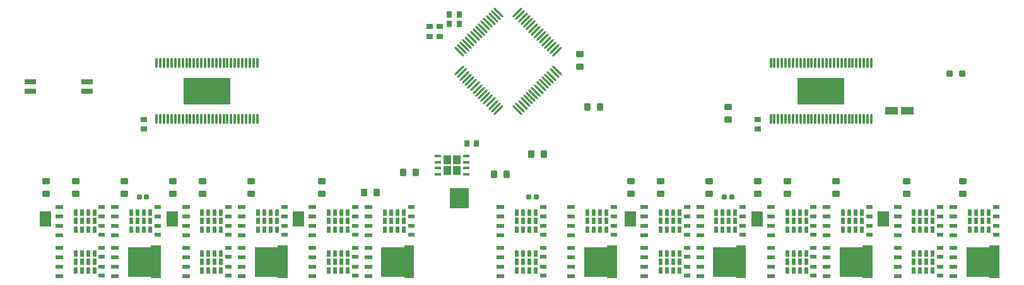
<source format=gtp>
G04*
G04 #@! TF.GenerationSoftware,Altium Limited,Altium Designer,22.0.2 (36)*
G04*
G04 Layer_Color=8421504*
%FSLAX25Y25*%
%MOIN*%
G70*
G04*
G04 #@! TF.SameCoordinates,06085A55-5152-446A-B416-8F2777D31781*
G04*
G04*
G04 #@! TF.FilePolarity,Positive*
G04*
G01*
G75*
%ADD21R,0.03543X0.02362*%
%ADD22R,0.02362X0.03543*%
%ADD23R,0.04134X0.05118*%
%ADD24R,0.04134X0.05118*%
%ADD25R,0.04134X0.05118*%
%ADD26R,0.04134X0.05118*%
%ADD27R,0.10236X0.10630*%
%ADD28R,0.06299X0.08268*%
%ADD29R,0.05906X0.02992*%
%ADD30R,0.06693X0.03937*%
G04:AMPARAMS|DCode=31|XSize=39.37mil|YSize=35.43mil|CornerRadius=4.43mil|HoleSize=0mil|Usage=FLASHONLY|Rotation=180.000|XOffset=0mil|YOffset=0mil|HoleType=Round|Shape=RoundedRectangle|*
%AMROUNDEDRECTD31*
21,1,0.03937,0.02657,0,0,180.0*
21,1,0.03051,0.03543,0,0,180.0*
1,1,0.00886,-0.01526,0.01329*
1,1,0.00886,0.01526,0.01329*
1,1,0.00886,0.01526,-0.01329*
1,1,0.00886,-0.01526,-0.01329*
%
%ADD31ROUNDEDRECTD31*%
G04:AMPARAMS|DCode=32|XSize=39.37mil|YSize=35.43mil|CornerRadius=4.43mil|HoleSize=0mil|Usage=FLASHONLY|Rotation=270.000|XOffset=0mil|YOffset=0mil|HoleType=Round|Shape=RoundedRectangle|*
%AMROUNDEDRECTD32*
21,1,0.03937,0.02657,0,0,270.0*
21,1,0.03051,0.03543,0,0,270.0*
1,1,0.00886,-0.01329,-0.01526*
1,1,0.00886,-0.01329,0.01526*
1,1,0.00886,0.01329,0.01526*
1,1,0.00886,0.01329,-0.01526*
%
%ADD32ROUNDEDRECTD32*%
%ADD33R,0.03543X0.01181*%
%ADD34R,0.04134X0.02362*%
G04:AMPARAMS|DCode=35|XSize=11.81mil|YSize=70.87mil|CornerRadius=0mil|HoleSize=0mil|Usage=FLASHONLY|Rotation=45.000|XOffset=0mil|YOffset=0mil|HoleType=Round|Shape=Round|*
%AMOVALD35*
21,1,0.05906,0.01181,0.00000,0.00000,135.0*
1,1,0.01181,0.02088,-0.02088*
1,1,0.01181,-0.02088,0.02088*
%
%ADD35OVALD35*%

G04:AMPARAMS|DCode=36|XSize=11.81mil|YSize=70.87mil|CornerRadius=0mil|HoleSize=0mil|Usage=FLASHONLY|Rotation=315.000|XOffset=0mil|YOffset=0mil|HoleType=Round|Shape=Round|*
%AMOVALD36*
21,1,0.05906,0.01181,0.00000,0.00000,45.0*
1,1,0.01181,-0.02088,-0.02088*
1,1,0.01181,0.02088,0.02088*
%
%ADD36OVALD36*%

%ADD37R,0.25000X0.14213*%
%ADD38O,0.01181X0.05512*%
%ADD39R,0.02756X0.03347*%
%ADD40R,0.03347X0.02756*%
G04:AMPARAMS|DCode=41|XSize=23.62mil|YSize=23.62mil|CornerRadius=2.36mil|HoleSize=0mil|Usage=FLASHONLY|Rotation=90.000|XOffset=0mil|YOffset=0mil|HoleType=Round|Shape=RoundedRectangle|*
%AMROUNDEDRECTD41*
21,1,0.02362,0.01890,0,0,90.0*
21,1,0.01890,0.02362,0,0,90.0*
1,1,0.00472,0.00945,0.00945*
1,1,0.00472,0.00945,-0.00945*
1,1,0.00472,-0.00945,-0.00945*
1,1,0.00472,-0.00945,0.00945*
%
%ADD41ROUNDEDRECTD41*%
G04:AMPARAMS|DCode=42|XSize=31.5mil|YSize=31.5mil|CornerRadius=3.94mil|HoleSize=0mil|Usage=FLASHONLY|Rotation=0.000|XOffset=0mil|YOffset=0mil|HoleType=Round|Shape=RoundedRectangle|*
%AMROUNDEDRECTD42*
21,1,0.03150,0.02362,0,0,0.0*
21,1,0.02362,0.03150,0,0,0.0*
1,1,0.00787,0.01181,-0.01181*
1,1,0.00787,-0.01181,-0.01181*
1,1,0.00787,-0.01181,0.01181*
1,1,0.00787,0.01181,0.01181*
%
%ADD42ROUNDEDRECTD42*%
G36*
X102756Y59842D02*
Y59055D01*
X90551D01*
Y43307D01*
X102756D01*
Y42520D01*
X107874D01*
Y59842D01*
X102756D01*
D02*
G37*
G36*
X169685D02*
Y59055D01*
X157480D01*
Y43307D01*
X169685D01*
Y42520D01*
X174803D01*
Y59842D01*
X169685D01*
D02*
G37*
G36*
X236614Y59842D02*
Y59055D01*
X224409D01*
Y43307D01*
X236614D01*
Y42520D01*
X241732D01*
Y59842D01*
X236614D01*
D02*
G37*
G36*
X343701Y59842D02*
Y59055D01*
X331496D01*
Y43307D01*
X343701D01*
Y42520D01*
X348819D01*
Y59842D01*
X343701D01*
D02*
G37*
G36*
X411811Y59842D02*
Y59055D01*
X399606D01*
Y43307D01*
X411811D01*
Y42520D01*
X416929D01*
Y59842D01*
X411811D01*
D02*
G37*
G36*
X478740D02*
Y59055D01*
X466535D01*
Y43307D01*
X478740D01*
Y42520D01*
X483858D01*
Y59842D01*
X478740D01*
D02*
G37*
G36*
X545669Y59842D02*
Y59055D01*
X533464D01*
Y43307D01*
X545669D01*
Y42520D01*
X550787D01*
Y59842D01*
X545669D01*
D02*
G37*
D21*
X76771Y80216D02*
D03*
Y75394D02*
D03*
Y70276D02*
D03*
Y65453D02*
D03*
X143701Y58563D02*
D03*
Y53740D02*
D03*
Y48622D02*
D03*
Y43799D02*
D03*
X210630Y58563D02*
D03*
Y53740D02*
D03*
Y48622D02*
D03*
Y43799D02*
D03*
X240157Y80216D02*
D03*
Y75394D02*
D03*
Y70275D02*
D03*
Y65453D02*
D03*
X143701Y80216D02*
D03*
Y75394D02*
D03*
Y70276D02*
D03*
Y65453D02*
D03*
X210630Y80216D02*
D03*
Y75394D02*
D03*
Y70275D02*
D03*
Y65453D02*
D03*
X173228Y80216D02*
D03*
Y75394D02*
D03*
Y70276D02*
D03*
Y65453D02*
D03*
X76771Y58563D02*
D03*
Y53740D02*
D03*
Y48622D02*
D03*
Y43799D02*
D03*
X106299Y80216D02*
D03*
Y75394D02*
D03*
Y70276D02*
D03*
Y65453D02*
D03*
X482283Y80216D02*
D03*
Y75394D02*
D03*
Y70276D02*
D03*
Y65453D02*
D03*
X519685Y80216D02*
D03*
Y75394D02*
D03*
Y70275D02*
D03*
Y65453D02*
D03*
X385827Y58563D02*
D03*
Y53740D02*
D03*
Y48622D02*
D03*
Y43799D02*
D03*
X519685Y58563D02*
D03*
Y53740D02*
D03*
Y48622D02*
D03*
Y43799D02*
D03*
X415354Y80216D02*
D03*
Y75394D02*
D03*
Y70276D02*
D03*
Y65453D02*
D03*
X385827Y80216D02*
D03*
Y75394D02*
D03*
Y70276D02*
D03*
Y65453D02*
D03*
X347244Y80216D02*
D03*
Y75394D02*
D03*
Y70275D02*
D03*
Y65453D02*
D03*
X309842Y80216D02*
D03*
Y75394D02*
D03*
Y70275D02*
D03*
Y65453D02*
D03*
X452756Y58563D02*
D03*
Y53740D02*
D03*
Y48622D02*
D03*
Y43799D02*
D03*
Y80216D02*
D03*
Y75394D02*
D03*
Y70276D02*
D03*
Y65453D02*
D03*
X309842Y58563D02*
D03*
Y53740D02*
D03*
Y48622D02*
D03*
Y43799D02*
D03*
X549213Y80216D02*
D03*
Y75394D02*
D03*
Y70275D02*
D03*
Y65453D02*
D03*
D22*
X72834Y77362D02*
D03*
X69488Y72835D02*
D03*
Y77362D02*
D03*
X72834Y72835D02*
D03*
Y68307D02*
D03*
X69488D02*
D03*
X66141Y77362D02*
D03*
X62795D02*
D03*
X66141Y72835D02*
D03*
X62795D02*
D03*
X66141Y68307D02*
D03*
X62795D02*
D03*
X139764Y55709D02*
D03*
X136417Y51181D02*
D03*
Y55709D02*
D03*
X139764Y51181D02*
D03*
Y46654D02*
D03*
X136417D02*
D03*
X133071Y55709D02*
D03*
X129724D02*
D03*
X133071Y51181D02*
D03*
X129724D02*
D03*
X133071Y46654D02*
D03*
X129724D02*
D03*
X206693Y55709D02*
D03*
X203346Y51181D02*
D03*
Y55709D02*
D03*
X206693Y51181D02*
D03*
Y46654D02*
D03*
X203346D02*
D03*
X200000Y55709D02*
D03*
X196653D02*
D03*
X200000Y51181D02*
D03*
X196653D02*
D03*
X200000Y46654D02*
D03*
X196653D02*
D03*
X236220Y77362D02*
D03*
X232874Y72835D02*
D03*
Y77362D02*
D03*
X236220Y72835D02*
D03*
Y68307D02*
D03*
X232874D02*
D03*
X229527Y77362D02*
D03*
X226181D02*
D03*
X229527Y72835D02*
D03*
X226181D02*
D03*
X229527Y68307D02*
D03*
X226181D02*
D03*
X139764Y77362D02*
D03*
X136417Y72835D02*
D03*
Y77362D02*
D03*
X139764Y72835D02*
D03*
Y68307D02*
D03*
X136417D02*
D03*
X133071Y77362D02*
D03*
X129724D02*
D03*
X133071Y72835D02*
D03*
X129724D02*
D03*
X133071Y68307D02*
D03*
X129724D02*
D03*
X206693Y77362D02*
D03*
X203346Y72835D02*
D03*
Y77362D02*
D03*
X206693Y72835D02*
D03*
Y68307D02*
D03*
X203346D02*
D03*
X200000Y77362D02*
D03*
X196653D02*
D03*
X200000Y72835D02*
D03*
X196653D02*
D03*
X200000Y68307D02*
D03*
X196653D02*
D03*
X169291Y77362D02*
D03*
X165945Y72835D02*
D03*
Y77362D02*
D03*
X169291Y72835D02*
D03*
Y68307D02*
D03*
X165945D02*
D03*
X162598Y77362D02*
D03*
X159252D02*
D03*
X162598Y72835D02*
D03*
X159252D02*
D03*
X162598Y68307D02*
D03*
X159252D02*
D03*
X72834Y55709D02*
D03*
X69488Y51181D02*
D03*
Y55709D02*
D03*
X72834Y51181D02*
D03*
Y46654D02*
D03*
X69488D02*
D03*
X66141Y55709D02*
D03*
X62795D02*
D03*
X66141Y51181D02*
D03*
X62795D02*
D03*
X66141Y46654D02*
D03*
X62795D02*
D03*
X102362Y77362D02*
D03*
X99016Y72835D02*
D03*
Y77362D02*
D03*
X102362Y72835D02*
D03*
Y68307D02*
D03*
X99016D02*
D03*
X95669Y77362D02*
D03*
X92323D02*
D03*
X95669Y72835D02*
D03*
X92323D02*
D03*
X95669Y68307D02*
D03*
X92323D02*
D03*
X478346Y77362D02*
D03*
X475000Y72835D02*
D03*
Y77362D02*
D03*
X478346Y72835D02*
D03*
Y68307D02*
D03*
X475000D02*
D03*
X471654Y77362D02*
D03*
X468307D02*
D03*
X471654Y72835D02*
D03*
X468307D02*
D03*
X471654Y68307D02*
D03*
X468307D02*
D03*
X515748Y77362D02*
D03*
X512401Y72835D02*
D03*
Y77362D02*
D03*
X515748Y72835D02*
D03*
Y68307D02*
D03*
X512401D02*
D03*
X509055Y77362D02*
D03*
X505709D02*
D03*
X509055Y72835D02*
D03*
X505709D02*
D03*
X509055Y68307D02*
D03*
X505709D02*
D03*
X381890Y55709D02*
D03*
X378543Y51181D02*
D03*
Y55709D02*
D03*
X381890Y51181D02*
D03*
Y46654D02*
D03*
X378543D02*
D03*
X375197Y55709D02*
D03*
X371850D02*
D03*
X375197Y51181D02*
D03*
X371850D02*
D03*
X375197Y46654D02*
D03*
X371850D02*
D03*
X515748Y55709D02*
D03*
X512401Y51181D02*
D03*
Y55709D02*
D03*
X515748Y51181D02*
D03*
Y46654D02*
D03*
X512401D02*
D03*
X509055Y55709D02*
D03*
X505709D02*
D03*
X509055Y51181D02*
D03*
X505709D02*
D03*
X509055Y46654D02*
D03*
X505709D02*
D03*
X411417Y77362D02*
D03*
X408071Y72835D02*
D03*
Y77362D02*
D03*
X411417Y72835D02*
D03*
Y68307D02*
D03*
X408071D02*
D03*
X404724Y77362D02*
D03*
X401378D02*
D03*
X404724Y72835D02*
D03*
X401378D02*
D03*
X404724Y68307D02*
D03*
X401378D02*
D03*
X381890Y77362D02*
D03*
X378543Y72835D02*
D03*
Y77362D02*
D03*
X381890Y72835D02*
D03*
Y68307D02*
D03*
X378543D02*
D03*
X375197Y77362D02*
D03*
X371850D02*
D03*
X375197Y72835D02*
D03*
X371850D02*
D03*
X375197Y68307D02*
D03*
X371850D02*
D03*
X343307Y77362D02*
D03*
X339961Y72834D02*
D03*
Y77362D02*
D03*
X343307Y72834D02*
D03*
Y68307D02*
D03*
X339961D02*
D03*
X336614Y77362D02*
D03*
X333268D02*
D03*
X336614Y72834D02*
D03*
X333268D02*
D03*
X336614Y68307D02*
D03*
X333268D02*
D03*
X305906Y77362D02*
D03*
X302559Y72834D02*
D03*
Y77362D02*
D03*
X305906Y72834D02*
D03*
Y68307D02*
D03*
X302559D02*
D03*
X299213Y77362D02*
D03*
X295866D02*
D03*
X299213Y72834D02*
D03*
X295866D02*
D03*
X299213Y68307D02*
D03*
X295866D02*
D03*
X448819Y55709D02*
D03*
X445472Y51181D02*
D03*
Y55709D02*
D03*
X448819Y51181D02*
D03*
Y46654D02*
D03*
X445472D02*
D03*
X442126Y55709D02*
D03*
X438779D02*
D03*
X442126Y51181D02*
D03*
X438779D02*
D03*
X442126Y46654D02*
D03*
X438779D02*
D03*
X448819Y77362D02*
D03*
X445472Y72835D02*
D03*
Y77362D02*
D03*
X448819Y72835D02*
D03*
Y68307D02*
D03*
X445472D02*
D03*
X442126Y77362D02*
D03*
X438779D02*
D03*
X442126Y72835D02*
D03*
X438779D02*
D03*
X442126Y68307D02*
D03*
X438779D02*
D03*
X305906Y55708D02*
D03*
X302559Y51181D02*
D03*
Y55708D02*
D03*
X305906Y51181D02*
D03*
Y46654D02*
D03*
X302559D02*
D03*
X299213Y55708D02*
D03*
X295866D02*
D03*
X299213Y51181D02*
D03*
X295866D02*
D03*
X299213Y46654D02*
D03*
X295866D02*
D03*
X545275Y77362D02*
D03*
X541929Y72835D02*
D03*
Y77362D02*
D03*
X545275Y72835D02*
D03*
Y68307D02*
D03*
X541929D02*
D03*
X538583Y77362D02*
D03*
X535236D02*
D03*
X538583Y72835D02*
D03*
X535236D02*
D03*
X538583Y68307D02*
D03*
X535236D02*
D03*
D23*
X264272Y105314D02*
D03*
D24*
X264272Y99409D02*
D03*
D25*
X259350Y105314D02*
D03*
D26*
X259350Y99409D02*
D03*
D27*
X265748Y84842D02*
D03*
D28*
X46850Y73819D02*
D03*
X113779D02*
D03*
X180709D02*
D03*
X355906D02*
D03*
X422835D02*
D03*
X489764D02*
D03*
D29*
X38780Y146457D02*
D03*
Y141457D02*
D03*
X68780Y146457D02*
D03*
Y141457D02*
D03*
D30*
X502165Y131102D02*
D03*
X493898D02*
D03*
D31*
X329134Y154528D02*
D03*
Y161221D02*
D03*
X47244Y93898D02*
D03*
Y87205D02*
D03*
X62992Y93898D02*
D03*
Y87205D02*
D03*
X88582Y93898D02*
D03*
Y87205D02*
D03*
X114173Y93898D02*
D03*
Y87205D02*
D03*
X129921Y93898D02*
D03*
Y87205D02*
D03*
X155512Y93898D02*
D03*
Y87205D02*
D03*
X192913Y93898D02*
D03*
Y87205D02*
D03*
X407480Y126575D02*
D03*
Y133268D02*
D03*
X356299Y93898D02*
D03*
Y87205D02*
D03*
X372047Y87204D02*
D03*
Y93897D02*
D03*
X501968Y87204D02*
D03*
Y93897D02*
D03*
X464567Y87204D02*
D03*
Y93898D02*
D03*
X531496Y87204D02*
D03*
Y93897D02*
D03*
X438976Y87204D02*
D03*
Y93897D02*
D03*
X397638Y87204D02*
D03*
Y93898D02*
D03*
X423228Y93898D02*
D03*
Y87205D02*
D03*
D32*
X339961Y133071D02*
D03*
X333268D02*
D03*
X215157Y87795D02*
D03*
X221850D02*
D03*
X236023Y98425D02*
D03*
X242717D02*
D03*
X284055Y97638D02*
D03*
X290748D02*
D03*
X303740Y108268D02*
D03*
X310433D02*
D03*
D33*
X269272Y103937D02*
D03*
Y107087D02*
D03*
Y100787D02*
D03*
Y97638D02*
D03*
X254350Y107087D02*
D03*
Y100787D02*
D03*
Y103937D02*
D03*
Y97638D02*
D03*
D34*
X217618Y53681D02*
D03*
Y58681D02*
D03*
Y48681D02*
D03*
Y43681D02*
D03*
X83760Y53681D02*
D03*
Y58681D02*
D03*
Y48681D02*
D03*
Y43681D02*
D03*
X54232Y75335D02*
D03*
Y80335D02*
D03*
Y70335D02*
D03*
Y65335D02*
D03*
X121161Y53681D02*
D03*
Y58681D02*
D03*
Y48681D02*
D03*
Y43681D02*
D03*
X150689Y53681D02*
D03*
Y58681D02*
D03*
Y48681D02*
D03*
Y43681D02*
D03*
X188090Y53681D02*
D03*
Y58681D02*
D03*
Y48681D02*
D03*
Y43681D02*
D03*
X217618Y75335D02*
D03*
Y80335D02*
D03*
Y70335D02*
D03*
Y65335D02*
D03*
X121161Y75335D02*
D03*
Y80335D02*
D03*
Y70335D02*
D03*
Y65335D02*
D03*
X188090Y75335D02*
D03*
Y80335D02*
D03*
Y70335D02*
D03*
Y65335D02*
D03*
X150689Y75335D02*
D03*
Y80335D02*
D03*
Y70335D02*
D03*
Y65335D02*
D03*
X54232Y53681D02*
D03*
Y58681D02*
D03*
Y48681D02*
D03*
Y43681D02*
D03*
X83760Y75335D02*
D03*
Y80335D02*
D03*
Y70335D02*
D03*
Y65335D02*
D03*
X459744Y53681D02*
D03*
Y58681D02*
D03*
Y48681D02*
D03*
Y43681D02*
D03*
X459744Y75335D02*
D03*
Y80335D02*
D03*
Y70335D02*
D03*
Y65335D02*
D03*
X497146Y75335D02*
D03*
Y80335D02*
D03*
Y70335D02*
D03*
Y65335D02*
D03*
X392815Y53681D02*
D03*
Y58681D02*
D03*
Y48681D02*
D03*
Y43681D02*
D03*
X363287Y53681D02*
D03*
Y58681D02*
D03*
Y48681D02*
D03*
Y43681D02*
D03*
X497146Y53681D02*
D03*
Y58681D02*
D03*
Y48681D02*
D03*
Y43681D02*
D03*
X392815Y75335D02*
D03*
Y80335D02*
D03*
Y70335D02*
D03*
Y65335D02*
D03*
X363287Y75335D02*
D03*
Y80335D02*
D03*
Y70335D02*
D03*
Y65335D02*
D03*
X324705Y75335D02*
D03*
Y80335D02*
D03*
Y70335D02*
D03*
Y65334D02*
D03*
X324705Y53681D02*
D03*
Y58681D02*
D03*
Y48681D02*
D03*
Y43681D02*
D03*
X287303Y75335D02*
D03*
Y80335D02*
D03*
Y70335D02*
D03*
Y65334D02*
D03*
X526673Y53681D02*
D03*
Y58681D02*
D03*
Y48681D02*
D03*
Y43681D02*
D03*
X430217Y53681D02*
D03*
Y58681D02*
D03*
Y48681D02*
D03*
Y43681D02*
D03*
Y75335D02*
D03*
Y80335D02*
D03*
Y70335D02*
D03*
Y65335D02*
D03*
X287303Y53681D02*
D03*
Y58681D02*
D03*
Y48681D02*
D03*
Y43681D02*
D03*
X526673Y75335D02*
D03*
Y80335D02*
D03*
Y70335D02*
D03*
Y65335D02*
D03*
D35*
X308877Y144118D02*
D03*
X306093Y141334D02*
D03*
X296350Y131590D02*
D03*
X299133Y134374D02*
D03*
X317229Y152469D02*
D03*
X314445Y149685D02*
D03*
X315837Y151077D02*
D03*
X273800Y170843D02*
D03*
X272408Y169451D02*
D03*
X277976Y175019D02*
D03*
X266840Y163883D02*
D03*
X265448Y162491D02*
D03*
X271016Y168059D02*
D03*
X268232Y165275D02*
D03*
X269624Y166667D02*
D03*
X283544Y180587D02*
D03*
X286328Y183370D02*
D03*
X284936Y181978D02*
D03*
X282152Y179195D02*
D03*
X279368Y176411D02*
D03*
X280760Y177803D02*
D03*
X307485Y142726D02*
D03*
X297742Y132982D02*
D03*
X310269Y145510D02*
D03*
X300525Y135766D02*
D03*
X304701Y139942D02*
D03*
X303309Y138550D02*
D03*
X301917Y137158D02*
D03*
X313053Y148294D02*
D03*
X311661Y146902D02*
D03*
X275192Y172235D02*
D03*
X276584Y173627D02*
D03*
D36*
X286328Y131590D02*
D03*
X284936Y132982D02*
D03*
X283544Y134374D02*
D03*
X282152Y135766D02*
D03*
X280760Y137158D02*
D03*
X279368Y138550D02*
D03*
X277976Y139942D02*
D03*
X276584Y141334D02*
D03*
X275192Y142726D02*
D03*
X273800Y144118D02*
D03*
X272408Y145510D02*
D03*
X271016Y146902D02*
D03*
X269624Y148293D02*
D03*
X268232Y149685D02*
D03*
X266840Y151077D02*
D03*
X265448Y152469D02*
D03*
X317229Y162491D02*
D03*
X307485Y172235D02*
D03*
X306093Y173627D02*
D03*
X304701Y175019D02*
D03*
X303309Y176410D02*
D03*
X301917Y177803D02*
D03*
X300525Y179195D02*
D03*
X299133Y180587D02*
D03*
X297742Y181978D02*
D03*
X296350Y183370D02*
D03*
X315837Y163883D02*
D03*
X311661Y168059D02*
D03*
X310269Y169451D02*
D03*
X308877Y170843D02*
D03*
X313053Y166667D02*
D03*
X314445Y165275D02*
D03*
D37*
X456693Y141732D02*
D03*
X132283D02*
D03*
D38*
X430118Y126772D02*
D03*
X432087D02*
D03*
X434055D02*
D03*
X436024D02*
D03*
X437992D02*
D03*
X439960D02*
D03*
X441929D02*
D03*
X443898D02*
D03*
X445866D02*
D03*
X447835D02*
D03*
X449803D02*
D03*
X451772D02*
D03*
X453740D02*
D03*
X455709D02*
D03*
X457677D02*
D03*
X459646D02*
D03*
X461614D02*
D03*
X463583D02*
D03*
X465551D02*
D03*
X467520D02*
D03*
X469488D02*
D03*
X471457D02*
D03*
X473425D02*
D03*
X475394D02*
D03*
X477362D02*
D03*
X479331D02*
D03*
X481299D02*
D03*
X483268D02*
D03*
X430118Y156693D02*
D03*
X432087D02*
D03*
X434055D02*
D03*
X436024D02*
D03*
X437992D02*
D03*
X439960D02*
D03*
X441929D02*
D03*
X443898D02*
D03*
X445866D02*
D03*
X447835D02*
D03*
X449803D02*
D03*
X451772D02*
D03*
X453740D02*
D03*
X455709D02*
D03*
X457677D02*
D03*
X459646D02*
D03*
X461614D02*
D03*
X463583D02*
D03*
X465551D02*
D03*
X467520D02*
D03*
X469488D02*
D03*
X471457D02*
D03*
X473425D02*
D03*
X475394D02*
D03*
X477362D02*
D03*
X479331D02*
D03*
X481299D02*
D03*
X483268D02*
D03*
X105709Y126772D02*
D03*
X107677D02*
D03*
X109646D02*
D03*
X111614D02*
D03*
X113583D02*
D03*
X115551D02*
D03*
X117520D02*
D03*
X119488D02*
D03*
X121457D02*
D03*
X123425D02*
D03*
X125394D02*
D03*
X127362D02*
D03*
X129331D02*
D03*
X131299D02*
D03*
X133268D02*
D03*
X135236D02*
D03*
X137205D02*
D03*
X139173D02*
D03*
X141142D02*
D03*
X143110D02*
D03*
X145079D02*
D03*
X147047D02*
D03*
X149016D02*
D03*
X150984D02*
D03*
X152953D02*
D03*
X154921D02*
D03*
X156890D02*
D03*
X158858D02*
D03*
X105709Y156693D02*
D03*
X107677D02*
D03*
X109646D02*
D03*
X111614D02*
D03*
X113583D02*
D03*
X115551D02*
D03*
X129331D02*
D03*
X131299D02*
D03*
X133268D02*
D03*
X135236D02*
D03*
X137205D02*
D03*
X147047D02*
D03*
X150984D02*
D03*
X152953D02*
D03*
X154921D02*
D03*
X156890D02*
D03*
X158858D02*
D03*
X127362D02*
D03*
X121457D02*
D03*
X119488D02*
D03*
X117520D02*
D03*
X123425D02*
D03*
X125394D02*
D03*
X141142D02*
D03*
X139173D02*
D03*
X143110D02*
D03*
X145079D02*
D03*
X149016D02*
D03*
D39*
X265551Y182283D02*
D03*
X260433D02*
D03*
X265551Y177165D02*
D03*
X260433D02*
D03*
X269488Y113779D02*
D03*
X274606D02*
D03*
D40*
X423228Y121457D02*
D03*
Y126575D02*
D03*
X255118Y170669D02*
D03*
Y175787D02*
D03*
X250000Y170669D02*
D03*
Y175787D02*
D03*
X98819Y121457D02*
D03*
Y126575D02*
D03*
D41*
X405512Y85433D02*
D03*
X409449D02*
D03*
X96457D02*
D03*
X100394D02*
D03*
X306299D02*
D03*
X302362D02*
D03*
D42*
X524606Y150787D02*
D03*
X531299D02*
D03*
M02*

</source>
